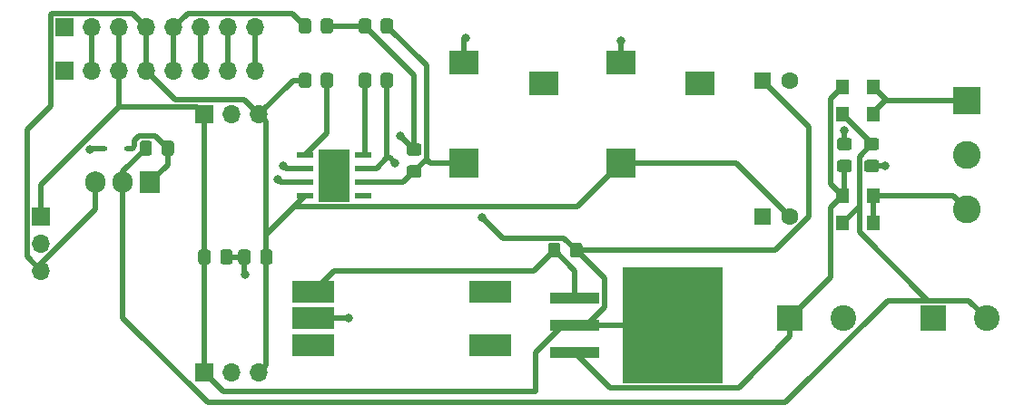
<source format=gbr>
%TF.GenerationSoftware,KiCad,Pcbnew,(5.1.6)-1*%
%TF.CreationDate,2020-10-30T20:37:25-07:00*%
%TF.ProjectId,highvoltagedriver,68696768-766f-46c7-9461-676564726976,rev?*%
%TF.SameCoordinates,Original*%
%TF.FileFunction,Copper,L1,Top*%
%TF.FilePolarity,Positive*%
%FSLAX46Y46*%
G04 Gerber Fmt 4.6, Leading zero omitted, Abs format (unit mm)*
G04 Created by KiCad (PCBNEW (5.1.6)-1) date 2020-10-30 20:37:25*
%MOMM*%
%LPD*%
G01*
G04 APERTURE LIST*
%TA.AperFunction,ComponentPad*%
%ADD10C,0.300000*%
%TD*%
%TA.AperFunction,Conductor*%
%ADD11R,2.950000X4.900000*%
%TD*%
%TA.AperFunction,SMDPad,CuDef*%
%ADD12R,1.550000X0.600000*%
%TD*%
%TA.AperFunction,SMDPad,CuDef*%
%ADD13R,2.800000X2.800000*%
%TD*%
%TA.AperFunction,SMDPad,CuDef*%
%ADD14R,2.800000X2.200000*%
%TD*%
%TA.AperFunction,ComponentPad*%
%ADD15O,1.700000X1.700000*%
%TD*%
%TA.AperFunction,ComponentPad*%
%ADD16R,1.700000X1.700000*%
%TD*%
%TA.AperFunction,ComponentPad*%
%ADD17C,2.400000*%
%TD*%
%TA.AperFunction,ComponentPad*%
%ADD18R,2.400000X2.400000*%
%TD*%
%TA.AperFunction,ComponentPad*%
%ADD19O,1.905000X2.000000*%
%TD*%
%TA.AperFunction,ComponentPad*%
%ADD20R,1.905000X2.000000*%
%TD*%
%TA.AperFunction,SMDPad,CuDef*%
%ADD21R,0.600000X0.450000*%
%TD*%
%TA.AperFunction,SMDPad,CuDef*%
%ADD22R,9.400000X10.800000*%
%TD*%
%TA.AperFunction,SMDPad,CuDef*%
%ADD23R,4.600000X1.100000*%
%TD*%
%TA.AperFunction,SMDPad,CuDef*%
%ADD24R,4.000000X2.000000*%
%TD*%
%TA.AperFunction,ComponentPad*%
%ADD25C,2.600000*%
%TD*%
%TA.AperFunction,ComponentPad*%
%ADD26R,2.600000X2.600000*%
%TD*%
%TA.AperFunction,SMDPad,CuDef*%
%ADD27R,1.300000X1.400000*%
%TD*%
%TA.AperFunction,ComponentPad*%
%ADD28C,1.600000*%
%TD*%
%TA.AperFunction,ComponentPad*%
%ADD29R,1.600000X1.600000*%
%TD*%
%TA.AperFunction,ViaPad*%
%ADD30C,0.800000*%
%TD*%
%TA.AperFunction,Conductor*%
%ADD31C,0.500000*%
%TD*%
G04 APERTURE END LIST*
D10*
%TO.P,U1,17*%
%TO.N,N/C*%
X148605000Y-99105000D03*
%TO.P,U1,16*%
X147305000Y-99105000D03*
%TO.P,U1,15*%
X148605000Y-97805000D03*
%TO.P,U1,14*%
X147305000Y-97805000D03*
%TO.P,U1,13*%
X148605000Y-96505000D03*
%TO.P,U1,12*%
X147305000Y-96505000D03*
%TO.P,U1,11*%
X148605000Y-95205000D03*
%TO.P,U1,10*%
X147305000Y-95205000D03*
D11*
%TD*%
%TO.N,Net-(U1-Pad9)*%
%TO.C,U1*%
X147955000Y-97155000D03*
D12*
%TO.P,U1,8*%
%TO.N,Net-(R4-Pad2)*%
X150655000Y-95250000D03*
%TO.P,U1,7*%
%TO.N,/HVP*%
X150655000Y-96520000D03*
%TO.P,U1,6*%
%TO.N,/biasamp/OUT*%
X150655000Y-97790000D03*
%TO.P,U1,5*%
%TO.N,Net-(U1-Pad5)*%
X150655000Y-99060000D03*
%TO.P,U1,4*%
%TO.N,/HVN*%
X145255000Y-99060000D03*
%TO.P,U1,3*%
%TO.N,/biasamp/BIAS*%
X145255000Y-97790000D03*
%TO.P,U1,2*%
%TO.N,Net-(C7-Pad2)*%
X145255000Y-96520000D03*
%TO.P,U1,1*%
%TO.N,Net-(R5-Pad1)*%
X145255000Y-95250000D03*
%TD*%
%TO.P,R6,2*%
%TO.N,Net-(C7-Pad2)*%
%TA.AperFunction,SMDPad,CuDef*%
G36*
G01*
X155898001Y-95308000D02*
X154997999Y-95308000D01*
G75*
G02*
X154748000Y-95058001I0J249999D01*
G01*
X154748000Y-94407999D01*
G75*
G02*
X154997999Y-94158000I249999J0D01*
G01*
X155898001Y-94158000D01*
G75*
G02*
X156148000Y-94407999I0J-249999D01*
G01*
X156148000Y-95058001D01*
G75*
G02*
X155898001Y-95308000I-249999J0D01*
G01*
G37*
%TD.AperFunction*%
%TO.P,R6,1*%
%TO.N,/biasamp/OUT*%
%TA.AperFunction,SMDPad,CuDef*%
G36*
G01*
X155898001Y-97358000D02*
X154997999Y-97358000D01*
G75*
G02*
X154748000Y-97108001I0J249999D01*
G01*
X154748000Y-96457999D01*
G75*
G02*
X154997999Y-96208000I249999J0D01*
G01*
X155898001Y-96208000D01*
G75*
G02*
X156148000Y-96457999I0J-249999D01*
G01*
X156148000Y-97108001D01*
G75*
G02*
X155898001Y-97358000I-249999J0D01*
G01*
G37*
%TD.AperFunction*%
%TD*%
%TO.P,R5,2*%
%TO.N,/HVN*%
%TA.AperFunction,SMDPad,CuDef*%
G36*
G01*
X145854000Y-87814999D02*
X145854000Y-88715001D01*
G75*
G02*
X145604001Y-88965000I-249999J0D01*
G01*
X144953999Y-88965000D01*
G75*
G02*
X144704000Y-88715001I0J249999D01*
G01*
X144704000Y-87814999D01*
G75*
G02*
X144953999Y-87565000I249999J0D01*
G01*
X145604001Y-87565000D01*
G75*
G02*
X145854000Y-87814999I0J-249999D01*
G01*
G37*
%TD.AperFunction*%
%TO.P,R5,1*%
%TO.N,Net-(R5-Pad1)*%
%TA.AperFunction,SMDPad,CuDef*%
G36*
G01*
X147904000Y-87814999D02*
X147904000Y-88715001D01*
G75*
G02*
X147654001Y-88965000I-249999J0D01*
G01*
X147003999Y-88965000D01*
G75*
G02*
X146754000Y-88715001I0J249999D01*
G01*
X146754000Y-87814999D01*
G75*
G02*
X147003999Y-87565000I249999J0D01*
G01*
X147654001Y-87565000D01*
G75*
G02*
X147904000Y-87814999I0J-249999D01*
G01*
G37*
%TD.AperFunction*%
%TD*%
%TO.P,R4,2*%
%TO.N,Net-(R4-Pad2)*%
%TA.AperFunction,SMDPad,CuDef*%
G36*
G01*
X151442000Y-87814999D02*
X151442000Y-88715001D01*
G75*
G02*
X151192001Y-88965000I-249999J0D01*
G01*
X150541999Y-88965000D01*
G75*
G02*
X150292000Y-88715001I0J249999D01*
G01*
X150292000Y-87814999D01*
G75*
G02*
X150541999Y-87565000I249999J0D01*
G01*
X151192001Y-87565000D01*
G75*
G02*
X151442000Y-87814999I0J-249999D01*
G01*
G37*
%TD.AperFunction*%
%TO.P,R4,1*%
%TO.N,/HVP*%
%TA.AperFunction,SMDPad,CuDef*%
G36*
G01*
X153492000Y-87814999D02*
X153492000Y-88715001D01*
G75*
G02*
X153242001Y-88965000I-249999J0D01*
G01*
X152591999Y-88965000D01*
G75*
G02*
X152342000Y-88715001I0J249999D01*
G01*
X152342000Y-87814999D01*
G75*
G02*
X152591999Y-87565000I249999J0D01*
G01*
X153242001Y-87565000D01*
G75*
G02*
X153492000Y-87814999I0J-249999D01*
G01*
G37*
%TD.AperFunction*%
%TD*%
%TO.P,R3,2*%
%TO.N,/DACBIAS*%
%TA.AperFunction,SMDPad,CuDef*%
G36*
G01*
X145845000Y-82734999D02*
X145845000Y-83635001D01*
G75*
G02*
X145595001Y-83885000I-249999J0D01*
G01*
X144944999Y-83885000D01*
G75*
G02*
X144695000Y-83635001I0J249999D01*
G01*
X144695000Y-82734999D01*
G75*
G02*
X144944999Y-82485000I249999J0D01*
G01*
X145595001Y-82485000D01*
G75*
G02*
X145845000Y-82734999I0J-249999D01*
G01*
G37*
%TD.AperFunction*%
%TO.P,R3,1*%
%TO.N,Net-(C7-Pad2)*%
%TA.AperFunction,SMDPad,CuDef*%
G36*
G01*
X147895000Y-82734999D02*
X147895000Y-83635001D01*
G75*
G02*
X147645001Y-83885000I-249999J0D01*
G01*
X146994999Y-83885000D01*
G75*
G02*
X146745000Y-83635001I0J249999D01*
G01*
X146745000Y-82734999D01*
G75*
G02*
X146994999Y-82485000I249999J0D01*
G01*
X147645001Y-82485000D01*
G75*
G02*
X147895000Y-82734999I0J-249999D01*
G01*
G37*
%TD.AperFunction*%
%TD*%
D13*
%TO.P,J8,T*%
%TO.N,/biasamp/OUT*%
X160130000Y-95970000D03*
D14*
%TO.P,J8,S*%
%TO.N,GND*%
X160130000Y-86570000D03*
%TO.P,J8,R*%
%TO.N,N/C*%
X167530000Y-88570000D03*
%TD*%
D15*
%TO.P,J7,8*%
%TO.N,Net-(J6-Pad8)*%
X140652500Y-87376000D03*
%TO.P,J7,7*%
%TO.N,Net-(J6-Pad7)*%
X138112500Y-87376000D03*
%TO.P,J7,6*%
%TO.N,Net-(J6-Pad6)*%
X135572500Y-87376000D03*
%TO.P,J7,5*%
%TO.N,/DACBIAS*%
X133032500Y-87376000D03*
%TO.P,J7,4*%
%TO.N,/HVN*%
X130492500Y-87376000D03*
%TO.P,J7,3*%
%TO.N,/HVP*%
X127952500Y-87376000D03*
%TO.P,J7,2*%
%TO.N,/biasamp/BIAS*%
X125412500Y-87376000D03*
D16*
%TO.P,J7,1*%
%TO.N,GND*%
X122872500Y-87376000D03*
%TD*%
D15*
%TO.P,J6,8*%
%TO.N,Net-(J6-Pad8)*%
X140647420Y-83332320D03*
%TO.P,J6,7*%
%TO.N,Net-(J6-Pad7)*%
X138107420Y-83332320D03*
%TO.P,J6,6*%
%TO.N,Net-(J6-Pad6)*%
X135567420Y-83332320D03*
%TO.P,J6,5*%
%TO.N,/DACBIAS*%
X133027420Y-83332320D03*
%TO.P,J6,4*%
%TO.N,/HVN*%
X130487420Y-83332320D03*
%TO.P,J6,3*%
%TO.N,/HVP*%
X127947420Y-83332320D03*
%TO.P,J6,2*%
%TO.N,/biasamp/BIAS*%
X125407420Y-83332320D03*
D16*
%TO.P,J6,1*%
%TO.N,GND*%
X122867420Y-83332320D03*
%TD*%
%TO.P,C7,2*%
%TO.N,Net-(C7-Pad2)*%
%TA.AperFunction,SMDPad,CuDef*%
G36*
G01*
X151442000Y-82734999D02*
X151442000Y-83635001D01*
G75*
G02*
X151192001Y-83885000I-249999J0D01*
G01*
X150541999Y-83885000D01*
G75*
G02*
X150292000Y-83635001I0J249999D01*
G01*
X150292000Y-82734999D01*
G75*
G02*
X150541999Y-82485000I249999J0D01*
G01*
X151192001Y-82485000D01*
G75*
G02*
X151442000Y-82734999I0J-249999D01*
G01*
G37*
%TD.AperFunction*%
%TO.P,C7,1*%
%TO.N,/biasamp/OUT*%
%TA.AperFunction,SMDPad,CuDef*%
G36*
G01*
X153492000Y-82734999D02*
X153492000Y-83635001D01*
G75*
G02*
X153242001Y-83885000I-249999J0D01*
G01*
X152591999Y-83885000D01*
G75*
G02*
X152342000Y-83635001I0J249999D01*
G01*
X152342000Y-82734999D01*
G75*
G02*
X152591999Y-82485000I249999J0D01*
G01*
X153242001Y-82485000D01*
G75*
G02*
X153492000Y-82734999I0J-249999D01*
G01*
G37*
%TD.AperFunction*%
%TD*%
D17*
%TO.P,CP2,2*%
%TO.N,GND*%
X195500000Y-110490000D03*
D18*
%TO.P,CP2,1*%
%TO.N,Net-(C3-Pad1)*%
X190500000Y-110490000D03*
%TD*%
D17*
%TO.P,CP1,2*%
%TO.N,/hvpower/negreg/VNEG*%
X208835000Y-110490000D03*
D18*
%TO.P,CP1,1*%
%TO.N,GND*%
X203835000Y-110490000D03*
%TD*%
D15*
%TO.P,J5,3*%
%TO.N,/HVN*%
X120650000Y-106045000D03*
%TO.P,J5,2*%
%TO.N,GND*%
X120650000Y-103505000D03*
D16*
%TO.P,J5,1*%
%TO.N,/HVP*%
X120650000Y-100965000D03*
%TD*%
D19*
%TO.P,Q1,3*%
%TO.N,/HVN*%
X125730000Y-97790000D03*
%TO.P,Q1,2*%
%TO.N,/hvpower/negreg/VNEG*%
X128270000Y-97790000D03*
D20*
%TO.P,Q1,1*%
%TO.N,Net-(D5-Pad2)*%
X130810000Y-97790000D03*
%TD*%
%TO.P,R1,2*%
%TO.N,/hvpower/negreg/VNEG*%
%TA.AperFunction,SMDPad,CuDef*%
G36*
G01*
X130995000Y-94164999D02*
X130995000Y-95065001D01*
G75*
G02*
X130745001Y-95315000I-249999J0D01*
G01*
X130094999Y-95315000D01*
G75*
G02*
X129845000Y-95065001I0J249999D01*
G01*
X129845000Y-94164999D01*
G75*
G02*
X130094999Y-93915000I249999J0D01*
G01*
X130745001Y-93915000D01*
G75*
G02*
X130995000Y-94164999I0J-249999D01*
G01*
G37*
%TD.AperFunction*%
%TO.P,R1,1*%
%TO.N,Net-(D5-Pad2)*%
%TA.AperFunction,SMDPad,CuDef*%
G36*
G01*
X133045000Y-94164999D02*
X133045000Y-95065001D01*
G75*
G02*
X132795001Y-95315000I-249999J0D01*
G01*
X132144999Y-95315000D01*
G75*
G02*
X131895000Y-95065001I0J249999D01*
G01*
X131895000Y-94164999D01*
G75*
G02*
X132144999Y-93915000I249999J0D01*
G01*
X132795001Y-93915000D01*
G75*
G02*
X133045000Y-94164999I0J-249999D01*
G01*
G37*
%TD.AperFunction*%
%TD*%
D21*
%TO.P,D5,2*%
%TO.N,Net-(D5-Pad2)*%
X128685000Y-94615000D03*
%TO.P,D5,1*%
%TO.N,GND*%
X126585000Y-94615000D03*
%TD*%
D13*
%TO.P,J4,T*%
%TO.N,/HVN*%
X174735000Y-95970000D03*
D14*
%TO.P,J4,S*%
%TO.N,GND*%
X174735000Y-86570000D03*
%TO.P,J4,R*%
%TO.N,N/C*%
X182135000Y-88570000D03*
%TD*%
%TO.P,C6,2*%
%TO.N,GND*%
%TA.AperFunction,SMDPad,CuDef*%
G36*
G01*
X140190000Y-104324999D02*
X140190000Y-105225001D01*
G75*
G02*
X139940001Y-105475000I-249999J0D01*
G01*
X139289999Y-105475000D01*
G75*
G02*
X139040000Y-105225001I0J249999D01*
G01*
X139040000Y-104324999D01*
G75*
G02*
X139289999Y-104075000I249999J0D01*
G01*
X139940001Y-104075000D01*
G75*
G02*
X140190000Y-104324999I0J-249999D01*
G01*
G37*
%TD.AperFunction*%
%TO.P,C6,1*%
%TO.N,/HVN*%
%TA.AperFunction,SMDPad,CuDef*%
G36*
G01*
X142240000Y-104324999D02*
X142240000Y-105225001D01*
G75*
G02*
X141990001Y-105475000I-249999J0D01*
G01*
X141339999Y-105475000D01*
G75*
G02*
X141090000Y-105225001I0J249999D01*
G01*
X141090000Y-104324999D01*
G75*
G02*
X141339999Y-104075000I249999J0D01*
G01*
X141990001Y-104075000D01*
G75*
G02*
X142240000Y-104324999I0J-249999D01*
G01*
G37*
%TD.AperFunction*%
%TD*%
%TO.P,C5,2*%
%TO.N,GND*%
%TA.AperFunction,SMDPad,CuDef*%
G36*
G01*
X137365000Y-105225001D02*
X137365000Y-104324999D01*
G75*
G02*
X137614999Y-104075000I249999J0D01*
G01*
X138265001Y-104075000D01*
G75*
G02*
X138515000Y-104324999I0J-249999D01*
G01*
X138515000Y-105225001D01*
G75*
G02*
X138265001Y-105475000I-249999J0D01*
G01*
X137614999Y-105475000D01*
G75*
G02*
X137365000Y-105225001I0J249999D01*
G01*
G37*
%TD.AperFunction*%
%TO.P,C5,1*%
%TO.N,/HVP*%
%TA.AperFunction,SMDPad,CuDef*%
G36*
G01*
X135315000Y-105225001D02*
X135315000Y-104324999D01*
G75*
G02*
X135564999Y-104075000I249999J0D01*
G01*
X136215001Y-104075000D01*
G75*
G02*
X136465000Y-104324999I0J-249999D01*
G01*
X136465000Y-105225001D01*
G75*
G02*
X136215001Y-105475000I-249999J0D01*
G01*
X135564999Y-105475000D01*
G75*
G02*
X135315000Y-105225001I0J249999D01*
G01*
G37*
%TD.AperFunction*%
%TD*%
D22*
%TO.P,U2,2*%
%TO.N,/HVP*%
X179590000Y-111125000D03*
D23*
%TO.P,U2,3*%
%TO.N,Net-(C3-Pad1)*%
X170440000Y-113665000D03*
%TO.P,U2,2*%
%TO.N,/HVP*%
X170440000Y-111125000D03*
%TO.P,U2,1*%
%TO.N,Net-(R2-Pad1)*%
X170440000Y-108585000D03*
%TD*%
D24*
%TO.P,RV2,5*%
%TO.N,N/C*%
X162555000Y-112990000D03*
%TO.P,RV2,4*%
X162555000Y-107990000D03*
%TO.P,RV2,3*%
%TO.N,Net-(RV2-Pad3)*%
X146055000Y-112990000D03*
%TO.P,RV2,2*%
%TO.N,GND*%
X146055000Y-110490000D03*
%TO.P,RV2,1*%
%TO.N,Net-(R2-Pad1)*%
X146055000Y-107990000D03*
%TD*%
%TO.P,R2,2*%
%TO.N,/HVP*%
%TA.AperFunction,SMDPad,CuDef*%
G36*
G01*
X169995000Y-104590001D02*
X169995000Y-103689999D01*
G75*
G02*
X170244999Y-103440000I249999J0D01*
G01*
X170895001Y-103440000D01*
G75*
G02*
X171145000Y-103689999I0J-249999D01*
G01*
X171145000Y-104590001D01*
G75*
G02*
X170895001Y-104840000I-249999J0D01*
G01*
X170244999Y-104840000D01*
G75*
G02*
X169995000Y-104590001I0J249999D01*
G01*
G37*
%TD.AperFunction*%
%TO.P,R2,1*%
%TO.N,Net-(R2-Pad1)*%
%TA.AperFunction,SMDPad,CuDef*%
G36*
G01*
X167945000Y-104590001D02*
X167945000Y-103689999D01*
G75*
G02*
X168194999Y-103440000I249999J0D01*
G01*
X168845001Y-103440000D01*
G75*
G02*
X169095000Y-103689999I0J-249999D01*
G01*
X169095000Y-104590001D01*
G75*
G02*
X168845001Y-104840000I-249999J0D01*
G01*
X168194999Y-104840000D01*
G75*
G02*
X167945000Y-104590001I0J249999D01*
G01*
G37*
%TD.AperFunction*%
%TD*%
D25*
%TO.P,J3,3*%
%TO.N,Net-(D2-Pad1)*%
X207010000Y-100330000D03*
%TO.P,J3,2*%
%TO.N,GND*%
X207010000Y-95250000D03*
D26*
%TO.P,J3,1*%
%TO.N,Net-(D1-Pad1)*%
X207010000Y-90170000D03*
%TD*%
D15*
%TO.P,J2,3*%
%TO.N,/HVN*%
X140970000Y-115570000D03*
%TO.P,J2,2*%
%TO.N,GND*%
X138430000Y-115570000D03*
D16*
%TO.P,J2,1*%
%TO.N,/HVP*%
X135890000Y-115570000D03*
%TD*%
D15*
%TO.P,J1,3*%
%TO.N,/HVN*%
X140970000Y-91440000D03*
%TO.P,J1,2*%
%TO.N,GND*%
X138430000Y-91440000D03*
D16*
%TO.P,J1,1*%
%TO.N,/HVP*%
X135890000Y-91440000D03*
%TD*%
D27*
%TO.P,D4,2*%
%TO.N,Net-(D2-Pad1)*%
X198300000Y-99060000D03*
%TO.P,D4,1*%
%TO.N,Net-(C3-Pad1)*%
X195400000Y-99060000D03*
%TD*%
%TO.P,D3,2*%
%TO.N,Net-(D1-Pad1)*%
X198300000Y-88900000D03*
%TO.P,D3,1*%
%TO.N,Net-(C3-Pad1)*%
X195400000Y-88900000D03*
%TD*%
%TO.P,D2,2*%
%TO.N,/hvpower/negreg/VNEG*%
X195400000Y-101600000D03*
%TO.P,D2,1*%
%TO.N,Net-(D2-Pad1)*%
X198300000Y-101600000D03*
%TD*%
%TO.P,D1,2*%
%TO.N,/hvpower/negreg/VNEG*%
X195400000Y-91440000D03*
%TO.P,D1,1*%
%TO.N,Net-(D1-Pad1)*%
X198300000Y-91440000D03*
%TD*%
D28*
%TO.P,C4,2*%
%TO.N,GND*%
X190460000Y-88265000D03*
D29*
%TO.P,C4,1*%
%TO.N,/HVP*%
X187960000Y-88265000D03*
%TD*%
%TO.P,C3,2*%
%TO.N,GND*%
%TA.AperFunction,SMDPad,CuDef*%
G36*
G01*
X196030001Y-94800000D02*
X195129999Y-94800000D01*
G75*
G02*
X194880000Y-94550001I0J249999D01*
G01*
X194880000Y-93899999D01*
G75*
G02*
X195129999Y-93650000I249999J0D01*
G01*
X196030001Y-93650000D01*
G75*
G02*
X196280000Y-93899999I0J-249999D01*
G01*
X196280000Y-94550001D01*
G75*
G02*
X196030001Y-94800000I-249999J0D01*
G01*
G37*
%TD.AperFunction*%
%TO.P,C3,1*%
%TO.N,Net-(C3-Pad1)*%
%TA.AperFunction,SMDPad,CuDef*%
G36*
G01*
X196030001Y-96850000D02*
X195129999Y-96850000D01*
G75*
G02*
X194880000Y-96600001I0J249999D01*
G01*
X194880000Y-95949999D01*
G75*
G02*
X195129999Y-95700000I249999J0D01*
G01*
X196030001Y-95700000D01*
G75*
G02*
X196280000Y-95949999I0J-249999D01*
G01*
X196280000Y-96600001D01*
G75*
G02*
X196030001Y-96850000I-249999J0D01*
G01*
G37*
%TD.AperFunction*%
%TD*%
D28*
%TO.P,C2,2*%
%TO.N,/HVN*%
X190460000Y-100965000D03*
D29*
%TO.P,C2,1*%
%TO.N,GND*%
X187960000Y-100965000D03*
%TD*%
%TO.P,C1,2*%
%TO.N,/hvpower/negreg/VNEG*%
%TA.AperFunction,SMDPad,CuDef*%
G36*
G01*
X198570001Y-94800000D02*
X197669999Y-94800000D01*
G75*
G02*
X197420000Y-94550001I0J249999D01*
G01*
X197420000Y-93899999D01*
G75*
G02*
X197669999Y-93650000I249999J0D01*
G01*
X198570001Y-93650000D01*
G75*
G02*
X198820000Y-93899999I0J-249999D01*
G01*
X198820000Y-94550001D01*
G75*
G02*
X198570001Y-94800000I-249999J0D01*
G01*
G37*
%TD.AperFunction*%
%TO.P,C1,1*%
%TO.N,GND*%
%TA.AperFunction,SMDPad,CuDef*%
G36*
G01*
X198570001Y-96850000D02*
X197669999Y-96850000D01*
G75*
G02*
X197420000Y-96600001I0J249999D01*
G01*
X197420000Y-95949999D01*
G75*
G02*
X197669999Y-95700000I249999J0D01*
G01*
X198570001Y-95700000D01*
G75*
G02*
X198820000Y-95949999I0J-249999D01*
G01*
X198820000Y-96600001D01*
G75*
G02*
X198570001Y-96850000I-249999J0D01*
G01*
G37*
%TD.AperFunction*%
%TD*%
D30*
%TO.N,GND*%
X195580000Y-92964000D03*
X199390000Y-96266000D03*
X174752000Y-84582000D03*
X160274000Y-84328000D03*
X149352000Y-110490000D03*
X139700000Y-106426000D03*
X125222000Y-94742000D03*
%TO.N,/HVP*%
X161798000Y-101092000D03*
X153670000Y-96012000D03*
%TO.N,Net-(C7-Pad2)*%
X154178000Y-93472000D03*
X143256000Y-96266000D03*
%TO.N,/biasamp/BIAS*%
X142748000Y-97536000D03*
%TD*%
D31*
%TO.N,GND*%
X195580000Y-94225000D02*
X195580000Y-92964000D01*
X198120000Y-96275000D02*
X199381000Y-96275000D01*
X199381000Y-96275000D02*
X199390000Y-96266000D01*
X174735000Y-86570000D02*
X174735000Y-84599000D01*
X174735000Y-84599000D02*
X174752000Y-84582000D01*
X160130000Y-86570000D02*
X160130000Y-84472000D01*
X160130000Y-84472000D02*
X160274000Y-84328000D01*
X146055000Y-110490000D02*
X149352000Y-110490000D01*
X137940000Y-104775000D02*
X139615000Y-104775000D01*
X139615000Y-104775000D02*
X139615000Y-106341000D01*
X139615000Y-106341000D02*
X139700000Y-106426000D01*
X126585000Y-94615000D02*
X125349000Y-94615000D01*
X125349000Y-94615000D02*
X125222000Y-94742000D01*
%TO.N,Net-(C3-Pad1)*%
X194299999Y-106690001D02*
X190500000Y-110490000D01*
X194299999Y-100160001D02*
X194299999Y-106690001D01*
X195400000Y-99060000D02*
X194299999Y-100160001D01*
X195580000Y-98880000D02*
X195400000Y-99060000D01*
X195580000Y-96275000D02*
X195580000Y-98880000D01*
X194299999Y-90000001D02*
X194299999Y-97959999D01*
X194299999Y-97959999D02*
X195400000Y-99060000D01*
X195400000Y-88900000D02*
X194299999Y-90000001D01*
X170440000Y-113665000D02*
X169319998Y-113665000D01*
X190500000Y-112190000D02*
X190500000Y-110490000D01*
X185714999Y-116975001D02*
X190500000Y-112190000D01*
X173750001Y-116975001D02*
X185714999Y-116975001D01*
X170440000Y-113665000D02*
X173750001Y-116975001D01*
%TO.N,Net-(D1-Pad1)*%
X199570000Y-90170000D02*
X198300000Y-88900000D01*
X207010000Y-90170000D02*
X199570000Y-90170000D01*
X198300000Y-91440000D02*
X198300000Y-91260000D01*
X199390000Y-90170000D02*
X199570000Y-90170000D01*
X198300000Y-91260000D02*
X199390000Y-90170000D01*
%TO.N,Net-(D2-Pad1)*%
X198300000Y-99060000D02*
X198300000Y-101600000D01*
X205740000Y-99060000D02*
X207010000Y-100330000D01*
X198300000Y-99060000D02*
X205740000Y-99060000D01*
%TO.N,Net-(R2-Pad1)*%
X170440000Y-106060000D02*
X168520000Y-104140000D01*
X170440000Y-108585000D02*
X170440000Y-106060000D01*
X148004999Y-106040001D02*
X146055000Y-107990000D01*
X166619999Y-106040001D02*
X148004999Y-106040001D01*
X168520000Y-104140000D02*
X166619999Y-106040001D01*
%TO.N,/hvpower/negreg/VNEG*%
X198120000Y-94160000D02*
X195400000Y-91440000D01*
X198120000Y-94225000D02*
X198120000Y-94160000D01*
X196969990Y-100030010D02*
X195400000Y-101600000D01*
X196969990Y-95375010D02*
X196969990Y-100030010D01*
X198120000Y-94225000D02*
X196969990Y-95375010D01*
X207184999Y-108839999D02*
X208835000Y-110490000D01*
X203379997Y-108839999D02*
X207184999Y-108839999D01*
X196969990Y-102429992D02*
X203379997Y-108839999D01*
X196969990Y-100030010D02*
X196969990Y-102429992D01*
X199592003Y-108839999D02*
X190068002Y-118364000D01*
X207184999Y-108839999D02*
X199592003Y-108839999D01*
X128270000Y-110460002D02*
X128270000Y-97790000D01*
X136173998Y-118364000D02*
X128270000Y-110460002D01*
X190068002Y-118364000D02*
X136173998Y-118364000D01*
X128270000Y-96765000D02*
X130420000Y-94615000D01*
X128270000Y-97790000D02*
X128270000Y-96765000D01*
%TO.N,Net-(D5-Pad2)*%
X129805044Y-93464990D02*
X131319990Y-93464990D01*
X129394990Y-93875044D02*
X129805044Y-93464990D01*
X129394990Y-94379010D02*
X129394990Y-93875044D01*
X131319990Y-93464990D02*
X132470000Y-94615000D01*
X129159000Y-94615000D02*
X129394990Y-94379010D01*
X128685000Y-94615000D02*
X129159000Y-94615000D01*
X132470000Y-96130000D02*
X130810000Y-97790000D01*
X132470000Y-94615000D02*
X132470000Y-96130000D01*
%TO.N,/HVN*%
X185465000Y-95970000D02*
X174735000Y-95970000D01*
X190460000Y-100965000D02*
X185465000Y-95970000D01*
X141665000Y-114875000D02*
X140970000Y-115570000D01*
X141665000Y-104775000D02*
X141665000Y-114875000D01*
X141665000Y-104775000D02*
X141665000Y-102650000D01*
X141665000Y-92135000D02*
X140970000Y-91440000D01*
X141665000Y-104775000D02*
X141665000Y-92135000D01*
X130492500Y-83337400D02*
X130487420Y-83332320D01*
X130492500Y-87376000D02*
X130492500Y-83337400D01*
X144145000Y-88265000D02*
X140970000Y-91440000D01*
X145279000Y-88265000D02*
X144145000Y-88265000D01*
X125730000Y-100349002D02*
X125730000Y-97790000D01*
X120650000Y-105429002D02*
X125730000Y-100349002D01*
X120650000Y-106045000D02*
X120650000Y-105429002D01*
X170649999Y-100055001D02*
X144259999Y-100055001D01*
X174735000Y-95970000D02*
X170649999Y-100055001D01*
X144259999Y-100055001D02*
X142223500Y-102091500D01*
X141665000Y-102650000D02*
X142223500Y-102091500D01*
X142223500Y-102091500D02*
X145255000Y-99060000D01*
X133169988Y-90053488D02*
X130492500Y-87376000D01*
X139583488Y-90053488D02*
X133169988Y-90053488D01*
X140970000Y-91440000D02*
X139583488Y-90053488D01*
X129187419Y-82032319D02*
X130487420Y-83332320D01*
X121657419Y-82032319D02*
X129187419Y-82032319D01*
X121567419Y-82122319D02*
X121657419Y-82032319D01*
X121567419Y-90646583D02*
X121567419Y-82122319D01*
X119349999Y-92864003D02*
X121567419Y-90646583D01*
X119349999Y-104744999D02*
X119349999Y-92864003D01*
X120650000Y-106045000D02*
X119349999Y-104744999D01*
%TO.N,/HVP*%
X180225000Y-110490000D02*
X179590000Y-111125000D01*
X192300001Y-100975001D02*
X192300001Y-92605001D01*
X189135002Y-104140000D02*
X192300001Y-100975001D01*
X192300001Y-92605001D02*
X187960000Y-88265000D01*
X170570000Y-104140000D02*
X189135002Y-104140000D01*
X135890000Y-115570000D02*
X135890000Y-104775000D01*
X135890000Y-104775000D02*
X135890000Y-91440000D01*
X127952500Y-83337400D02*
X127947420Y-83332320D01*
X127952500Y-87376000D02*
X127952500Y-83337400D01*
X151930000Y-96520000D02*
X150655000Y-96520000D01*
X152917000Y-95533000D02*
X151930000Y-96520000D01*
X152917000Y-88265000D02*
X152917000Y-95533000D01*
X170570000Y-104140000D02*
X169419990Y-102989990D01*
X163695990Y-102989990D02*
X161798000Y-101092000D01*
X169419990Y-102989990D02*
X163695990Y-102989990D01*
X153191000Y-95533000D02*
X152917000Y-95533000D01*
X153670000Y-96012000D02*
X153191000Y-95533000D01*
X127952500Y-90753498D02*
X127952500Y-87376000D01*
X120650000Y-98055998D02*
X127952500Y-90753498D01*
X120650000Y-100965000D02*
X120650000Y-98055998D01*
X135203498Y-90753498D02*
X135890000Y-91440000D01*
X127952500Y-90753498D02*
X135203498Y-90753498D01*
X137660001Y-117340001D02*
X166764999Y-117340001D01*
X135890000Y-115570000D02*
X137660001Y-117340001D01*
X170440000Y-111125000D02*
X179590000Y-111125000D01*
X173190001Y-109495001D02*
X171560002Y-111125000D01*
X171560002Y-111125000D02*
X170440000Y-111125000D01*
X173190001Y-106760001D02*
X173190001Y-109495001D01*
X170570000Y-104140000D02*
X173190001Y-106760001D01*
X169319998Y-111125000D02*
X170440000Y-111125000D01*
X166764999Y-113679999D02*
X169319998Y-111125000D01*
X166764999Y-117340001D02*
X166764999Y-113679999D01*
%TO.N,Net-(C7-Pad2)*%
X147320000Y-83185000D02*
X150867000Y-83185000D01*
X155448000Y-87766000D02*
X155448000Y-94733000D01*
X150867000Y-83185000D02*
X155448000Y-87766000D01*
X155448000Y-94733000D02*
X155439000Y-94733000D01*
X155439000Y-94733000D02*
X154178000Y-93472000D01*
X145255000Y-96520000D02*
X143510000Y-96520000D01*
X143510000Y-96520000D02*
X143256000Y-96266000D01*
%TO.N,/biasamp/OUT*%
X156598010Y-95632990D02*
X155448000Y-96783000D01*
X156598010Y-86866010D02*
X156598010Y-95632990D01*
X152917000Y-83185000D02*
X156598010Y-86866010D01*
X156935020Y-95970000D02*
X156598010Y-95632990D01*
X160130000Y-95970000D02*
X156935020Y-95970000D01*
X154441000Y-97790000D02*
X150655000Y-97790000D01*
X155448000Y-96783000D02*
X154441000Y-97790000D01*
%TO.N,Net-(J6-Pad8)*%
X140652500Y-83337400D02*
X140647420Y-83332320D01*
X140652500Y-87376000D02*
X140652500Y-83337400D01*
%TO.N,Net-(J6-Pad7)*%
X138112500Y-83337400D02*
X138107420Y-83332320D01*
X138112500Y-87376000D02*
X138112500Y-83337400D01*
%TO.N,Net-(J6-Pad6)*%
X135572500Y-83337400D02*
X135567420Y-83332320D01*
X135572500Y-87376000D02*
X135572500Y-83337400D01*
%TO.N,/DACBIAS*%
X133032500Y-83337400D02*
X133027420Y-83332320D01*
X133032500Y-87376000D02*
X133032500Y-83337400D01*
X144117319Y-82032319D02*
X145270000Y-83185000D01*
X134327421Y-82032319D02*
X144117319Y-82032319D01*
X133027420Y-83332320D02*
X134327421Y-82032319D01*
%TO.N,/biasamp/BIAS*%
X125412500Y-83337400D02*
X125407420Y-83332320D01*
X125412500Y-87376000D02*
X125412500Y-83337400D01*
X145255000Y-97790000D02*
X143002000Y-97790000D01*
X143002000Y-97790000D02*
X142748000Y-97536000D01*
%TO.N,Net-(R4-Pad2)*%
X150867000Y-95038000D02*
X150655000Y-95250000D01*
X150867000Y-88265000D02*
X150867000Y-95038000D01*
%TO.N,Net-(R5-Pad1)*%
X147329000Y-93176000D02*
X145255000Y-95250000D01*
X147329000Y-88265000D02*
X147329000Y-93176000D01*
%TD*%
M02*

</source>
